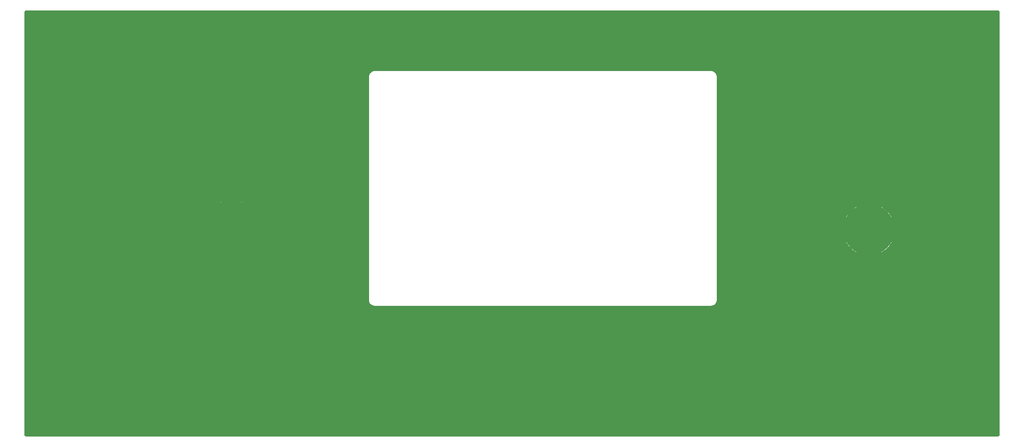
<source format=gbl>
G04 Layer: BottomLayer*
G04 EasyEDA v6.4.17, 2021-03-24T19:41:23+03:00*
G04 2c49bd5f4e4e4d2885fbfcddc53ef99b,9cdda048f1864c1181896bc4b360679f,10*
G04 Gerber Generator version 0.2*
G04 Scale: 100 percent, Rotated: No, Reflected: No *
G04 Dimensions in millimeters *
G04 leading zeros omitted , absolute positions ,4 integer and 5 decimal *
%FSLAX45Y45*%
%MOMM*%

%ADD13C,6.1000*%
%ADD14C,3.1000*%
%ADD15C,10.0000*%
%ADD16C,8.0000*%
%ADD17C,9.0000*%
%ADD18C,5.0000*%
%ADD19C,2.5000*%
%ADD20C,8.5000*%
%ADD21C,7.5000*%
%ADD22C,9.5000*%

%LPD*%
G36*
X5370677Y4923637D02*
G01*
X5362143Y4924247D01*
X5356402Y4925669D01*
X5351018Y4928108D01*
X5346090Y4931410D01*
X5341772Y4935474D01*
X5338267Y4940249D01*
X5335625Y4945583D01*
X5333898Y4951222D01*
X5333187Y4957013D01*
X5333288Y4966004D01*
X5332628Y4971186D01*
X5333644Y13157707D01*
X5334457Y13163804D01*
X5335066Y13172135D01*
X5336489Y13177875D01*
X5338927Y13183311D01*
X5342229Y13188238D01*
X5346344Y13192506D01*
X5351068Y13196062D01*
X5356402Y13198703D01*
X5362041Y13200430D01*
X5367934Y13201142D01*
X5375960Y13200938D01*
X24244808Y13201192D01*
X24253342Y13200583D01*
X24259082Y13199160D01*
X24264518Y13196722D01*
X24269446Y13193420D01*
X24273713Y13189305D01*
X24277269Y13184581D01*
X24279910Y13179247D01*
X24281638Y13173608D01*
X24282349Y13167766D01*
X24282450Y4961432D01*
X24281790Y4952644D01*
X24280266Y4946700D01*
X24277878Y4941316D01*
X24274576Y4936388D01*
X24270462Y4932070D01*
X24265686Y4928565D01*
X24260403Y4925923D01*
X24254714Y4924196D01*
X24250294Y4923637D01*
G37*

%LPC*%
G36*
X9519818Y6617614D02*
G01*
X9630562Y6617614D01*
X9630562Y6728358D01*
X9624060Y6725005D01*
X9604603Y6712610D01*
X9586214Y6698640D01*
X9569043Y6683197D01*
X9553244Y6666382D01*
X9538919Y6648297D01*
X9526117Y6629044D01*
G37*
G36*
X5680811Y5345430D02*
G01*
X5692089Y5351678D01*
X5705856Y5361432D01*
X5718454Y5372709D01*
X5729732Y5385308D01*
X5739485Y5399074D01*
X5745734Y5410352D01*
X5680811Y5410352D01*
G37*
G36*
X23643082Y5345430D02*
G01*
X23643082Y5410352D01*
X23578159Y5410352D01*
X23584408Y5399074D01*
X23594161Y5385308D01*
X23605439Y5372709D01*
X23618037Y5361432D01*
X23631804Y5351678D01*
G37*
G36*
X23780800Y5345430D02*
G01*
X23792078Y5351678D01*
X23805845Y5361432D01*
X23818443Y5372709D01*
X23829721Y5385308D01*
X23839474Y5399074D01*
X23845723Y5410352D01*
X23780800Y5410352D01*
G37*
G36*
X5680811Y5548071D02*
G01*
X5745734Y5548071D01*
X5739485Y5559348D01*
X5729732Y5573115D01*
X5718454Y5585714D01*
X5705856Y5596991D01*
X5692089Y5606745D01*
X5680811Y5612993D01*
G37*
G36*
X5478170Y5548071D02*
G01*
X5543092Y5548071D01*
X5543092Y5612993D01*
X5531815Y5606745D01*
X5518048Y5596991D01*
X5505450Y5585714D01*
X5494172Y5573115D01*
X5484418Y5559348D01*
G37*
G36*
X23780800Y5548071D02*
G01*
X23845723Y5548071D01*
X23839474Y5559348D01*
X23829721Y5573115D01*
X23818443Y5585714D01*
X23805845Y5596991D01*
X23792078Y5606745D01*
X23780800Y5612993D01*
G37*
G36*
X23578159Y5548071D02*
G01*
X23643082Y5548071D01*
X23643082Y5612993D01*
X23631804Y5606745D01*
X23618037Y5596991D01*
X23605439Y5585714D01*
X23594161Y5573115D01*
X23584408Y5559348D01*
G37*
G36*
X21443340Y5644032D02*
G01*
X21459647Y5653481D01*
X21478646Y5666638D01*
X21496426Y5681370D01*
X21512885Y5697524D01*
X21527973Y5715000D01*
X21541536Y5733694D01*
X21553525Y5753404D01*
X21554236Y5754878D01*
X21443340Y5754878D01*
G37*
G36*
X13393318Y5644032D02*
G01*
X13409676Y5653481D01*
X13428624Y5666638D01*
X13446404Y5681370D01*
X13462914Y5697524D01*
X13478001Y5715000D01*
X13491565Y5733694D01*
X13504265Y5754878D01*
X13393318Y5754878D01*
G37*
G36*
X20293330Y5644032D02*
G01*
X20309687Y5653481D01*
X20328636Y5666638D01*
X20346416Y5681370D01*
X20362926Y5697524D01*
X20378013Y5715000D01*
X20391577Y5733694D01*
X20404277Y5754878D01*
X20293330Y5754878D01*
G37*
G36*
X22593350Y5644032D02*
G01*
X22609657Y5653481D01*
X22628656Y5666638D01*
X22646436Y5681370D01*
X22662896Y5697524D01*
X22677983Y5715000D01*
X22691547Y5733694D01*
X22703536Y5753404D01*
X22704247Y5754878D01*
X22593350Y5754878D01*
G37*
G36*
X16843349Y5644032D02*
G01*
X16859656Y5653481D01*
X16878655Y5666638D01*
X16896435Y5681370D01*
X16912894Y5697524D01*
X16927982Y5715000D01*
X16941546Y5733694D01*
X16953534Y5753404D01*
X16954246Y5754878D01*
X16843349Y5754878D01*
G37*
G36*
X17993360Y5644032D02*
G01*
X18009666Y5653481D01*
X18028666Y5666638D01*
X18046446Y5681370D01*
X18062905Y5697524D01*
X18077992Y5715000D01*
X18091556Y5733694D01*
X18103545Y5753404D01*
X18104256Y5754878D01*
X17993360Y5754878D01*
G37*
G36*
X15693339Y5644032D02*
G01*
X15709696Y5653481D01*
X15728645Y5666638D01*
X15746425Y5681370D01*
X15762935Y5697524D01*
X15778022Y5715000D01*
X15791586Y5733694D01*
X15804286Y5754878D01*
X15693339Y5754878D01*
G37*
G36*
X12243358Y5644032D02*
G01*
X12259665Y5653481D01*
X12278664Y5666638D01*
X12296444Y5681370D01*
X12312904Y5697524D01*
X12327991Y5715000D01*
X12341555Y5733694D01*
X12353544Y5753404D01*
X12354255Y5754878D01*
X12243358Y5754878D01*
G37*
G36*
X11093348Y5644032D02*
G01*
X11109655Y5653481D01*
X11128654Y5666638D01*
X11146434Y5681370D01*
X11162893Y5697524D01*
X11177981Y5715000D01*
X11191544Y5733694D01*
X11203533Y5753404D01*
X11204244Y5754878D01*
X11093348Y5754878D01*
G37*
G36*
X11980621Y5644134D02*
G01*
X11980621Y5754878D01*
X11869928Y5754878D01*
X11876227Y5743448D01*
X11888978Y5724194D01*
X11903303Y5706110D01*
X11919153Y5689295D01*
X11936272Y5673852D01*
X11954662Y5659882D01*
X11974169Y5647486D01*
G37*
G36*
X22330613Y5644134D02*
G01*
X22330613Y5754878D01*
X22219920Y5754878D01*
X22226219Y5743448D01*
X22238970Y5724194D01*
X22253295Y5706110D01*
X22269145Y5689295D01*
X22286264Y5673852D01*
X22304654Y5659882D01*
X22324161Y5647486D01*
G37*
G36*
X16580612Y5644134D02*
G01*
X16580612Y5754878D01*
X16469918Y5754878D01*
X16476218Y5743448D01*
X16488968Y5724194D01*
X16503294Y5706110D01*
X16519144Y5689295D01*
X16536263Y5673852D01*
X16554653Y5659882D01*
X16574160Y5647486D01*
G37*
G36*
X13130631Y5644134D02*
G01*
X13130631Y5754878D01*
X13019887Y5754878D01*
X13026186Y5743448D01*
X13038988Y5724194D01*
X13053313Y5706110D01*
X13069112Y5689295D01*
X13086283Y5673852D01*
X13104672Y5659882D01*
X13124129Y5647486D01*
G37*
G36*
X21180602Y5644134D02*
G01*
X21180602Y5754878D01*
X21069909Y5754878D01*
X21076208Y5743448D01*
X21088959Y5724194D01*
X21103285Y5706110D01*
X21119134Y5689295D01*
X21136254Y5673852D01*
X21154644Y5659882D01*
X21174151Y5647486D01*
G37*
G36*
X17730622Y5644134D02*
G01*
X17730622Y5754878D01*
X17619929Y5754878D01*
X17626228Y5743448D01*
X17638979Y5724194D01*
X17653304Y5706110D01*
X17669154Y5689295D01*
X17686274Y5673852D01*
X17704663Y5659882D01*
X17724170Y5647486D01*
G37*
G36*
X15430652Y5644134D02*
G01*
X15430652Y5754878D01*
X15319908Y5754878D01*
X15326207Y5743448D01*
X15339009Y5724194D01*
X15353334Y5706110D01*
X15369133Y5689295D01*
X15386304Y5673852D01*
X15404693Y5659882D01*
X15424150Y5647486D01*
G37*
G36*
X10830610Y5644134D02*
G01*
X10830610Y5754878D01*
X10719917Y5754878D01*
X10726216Y5743448D01*
X10738967Y5724194D01*
X10753293Y5706110D01*
X10769142Y5689295D01*
X10786262Y5673852D01*
X10804652Y5659882D01*
X10824159Y5647486D01*
G37*
G36*
X20030643Y5644134D02*
G01*
X20030643Y5754878D01*
X19919899Y5754878D01*
X19926198Y5743448D01*
X19939000Y5724194D01*
X19953325Y5706110D01*
X19969124Y5689295D01*
X19986294Y5673852D01*
X20004684Y5659882D01*
X20024140Y5647486D01*
G37*
G36*
X14558568Y5650636D02*
G01*
X14574875Y5660085D01*
X14593874Y5673242D01*
X14611654Y5687974D01*
X14628113Y5704128D01*
X14643201Y5721604D01*
X14656765Y5740247D01*
X14669465Y5761431D01*
X14558568Y5761431D01*
G37*
G36*
X19155968Y5650636D02*
G01*
X19172275Y5660085D01*
X19191274Y5673242D01*
X19209054Y5687974D01*
X19225514Y5704128D01*
X19240601Y5721604D01*
X19254165Y5740247D01*
X19266865Y5761431D01*
X19155968Y5761431D01*
G37*
G36*
X18893231Y5650738D02*
G01*
X18893231Y5761431D01*
X18782538Y5761431D01*
X18788837Y5750001D01*
X18801588Y5730798D01*
X18815913Y5712663D01*
X18831763Y5695848D01*
X18848882Y5680405D01*
X18867272Y5666435D01*
X18886779Y5654090D01*
G37*
G36*
X14295831Y5650738D02*
G01*
X14295831Y5761431D01*
X14185138Y5761431D01*
X14191437Y5750001D01*
X14204188Y5730798D01*
X14218513Y5712663D01*
X14234363Y5695848D01*
X14251482Y5680405D01*
X14269872Y5666435D01*
X14289379Y5654090D01*
G37*
G36*
X13019887Y6017564D02*
G01*
X13130631Y6017564D01*
X13130631Y6128308D01*
X13124129Y6124956D01*
X13104672Y6112560D01*
X13086283Y6098590D01*
X13069112Y6083147D01*
X13053313Y6066332D01*
X13038988Y6048248D01*
X13026186Y6028994D01*
G37*
G36*
X11869928Y6017564D02*
G01*
X11980621Y6017564D01*
X11980621Y6128308D01*
X11974169Y6124956D01*
X11954662Y6112560D01*
X11936272Y6098590D01*
X11919153Y6083147D01*
X11903303Y6066332D01*
X11888978Y6048248D01*
X11876227Y6028994D01*
G37*
G36*
X10719917Y6017564D02*
G01*
X10830610Y6017564D01*
X10830610Y6128308D01*
X10824159Y6124956D01*
X10804652Y6112560D01*
X10786262Y6098590D01*
X10769142Y6083147D01*
X10753293Y6066332D01*
X10738967Y6048248D01*
X10726216Y6028994D01*
G37*
G36*
X21069909Y6017564D02*
G01*
X21180602Y6017564D01*
X21180602Y6128308D01*
X21174151Y6124956D01*
X21154644Y6112560D01*
X21136254Y6098590D01*
X21119134Y6083147D01*
X21103285Y6066332D01*
X21088959Y6048248D01*
X21076208Y6028994D01*
G37*
G36*
X15319908Y6017564D02*
G01*
X15430652Y6017564D01*
X15430652Y6128308D01*
X15424150Y6124956D01*
X15404693Y6112560D01*
X15386304Y6098590D01*
X15369133Y6083147D01*
X15353334Y6066332D01*
X15339009Y6048248D01*
X15326207Y6028994D01*
G37*
G36*
X19919899Y6017564D02*
G01*
X20030643Y6017564D01*
X20030643Y6128308D01*
X20024140Y6124956D01*
X20004684Y6112560D01*
X19986294Y6098590D01*
X19969124Y6083147D01*
X19953325Y6066332D01*
X19939000Y6048248D01*
X19926198Y6028994D01*
G37*
G36*
X17619929Y6017564D02*
G01*
X17730622Y6017564D01*
X17730622Y6128308D01*
X17724170Y6124956D01*
X17704663Y6112560D01*
X17686274Y6098590D01*
X17669154Y6083147D01*
X17653304Y6066332D01*
X17638979Y6048248D01*
X17626228Y6028994D01*
G37*
G36*
X16469918Y6017564D02*
G01*
X16580612Y6017564D01*
X16580612Y6128308D01*
X16574160Y6124956D01*
X16554653Y6112560D01*
X16536263Y6098590D01*
X16519144Y6083147D01*
X16503294Y6066332D01*
X16488968Y6048248D01*
X16476218Y6028994D01*
G37*
G36*
X22219920Y6017564D02*
G01*
X22330613Y6017564D01*
X22330613Y6128308D01*
X22324161Y6124956D01*
X22304654Y6112560D01*
X22286264Y6098590D01*
X22269145Y6083147D01*
X22253295Y6066332D01*
X22238970Y6048248D01*
X22226219Y6028994D01*
G37*
G36*
X21443340Y6017564D02*
G01*
X21554236Y6017564D01*
X21553525Y6019038D01*
X21541536Y6038748D01*
X21527973Y6057442D01*
X21512885Y6074918D01*
X21496426Y6091072D01*
X21478646Y6105804D01*
X21459647Y6118961D01*
X21443340Y6128410D01*
G37*
G36*
X17993360Y6017564D02*
G01*
X18104256Y6017564D01*
X18103545Y6019038D01*
X18091556Y6038748D01*
X18077992Y6057442D01*
X18062905Y6074918D01*
X18046446Y6091072D01*
X18028666Y6105804D01*
X18009666Y6118961D01*
X17993360Y6128410D01*
G37*
G36*
X13393318Y6017564D02*
G01*
X13504265Y6017564D01*
X13491565Y6038748D01*
X13478001Y6057442D01*
X13462914Y6074918D01*
X13446404Y6091072D01*
X13428624Y6105804D01*
X13409676Y6118961D01*
X13393318Y6128410D01*
G37*
G36*
X15693339Y6017564D02*
G01*
X15804286Y6017564D01*
X15791586Y6038748D01*
X15778022Y6057442D01*
X15762935Y6074918D01*
X15746425Y6091072D01*
X15728645Y6105804D01*
X15709696Y6118961D01*
X15693339Y6128410D01*
G37*
G36*
X22593350Y6017564D02*
G01*
X22704247Y6017564D01*
X22703536Y6019038D01*
X22691547Y6038748D01*
X22677983Y6057442D01*
X22662896Y6074918D01*
X22646436Y6091072D01*
X22628656Y6105804D01*
X22609657Y6118961D01*
X22593350Y6128410D01*
G37*
G36*
X16843349Y6017564D02*
G01*
X16954246Y6017564D01*
X16953534Y6019038D01*
X16941546Y6038748D01*
X16927982Y6057442D01*
X16912894Y6074918D01*
X16896435Y6091072D01*
X16878655Y6105804D01*
X16859656Y6118961D01*
X16843349Y6128410D01*
G37*
G36*
X20293330Y6017564D02*
G01*
X20404277Y6017564D01*
X20391577Y6038748D01*
X20378013Y6057442D01*
X20362926Y6074918D01*
X20346416Y6091072D01*
X20328636Y6105804D01*
X20309687Y6118961D01*
X20293330Y6128410D01*
G37*
G36*
X12243358Y6017564D02*
G01*
X12354255Y6017564D01*
X12353544Y6019038D01*
X12341555Y6038748D01*
X12327991Y6057442D01*
X12312904Y6074918D01*
X12296444Y6091072D01*
X12278664Y6105804D01*
X12259665Y6118961D01*
X12243358Y6128410D01*
G37*
G36*
X11093348Y6017564D02*
G01*
X11204244Y6017564D01*
X11203533Y6019038D01*
X11191544Y6038748D01*
X11177981Y6057442D01*
X11162893Y6074918D01*
X11146434Y6091072D01*
X11128654Y6105804D01*
X11109655Y6118961D01*
X11093348Y6128410D01*
G37*
G36*
X18782538Y6024168D02*
G01*
X18893231Y6024168D01*
X18893231Y6134862D01*
X18886779Y6131509D01*
X18867272Y6119164D01*
X18848882Y6105194D01*
X18831763Y6089751D01*
X18815913Y6072936D01*
X18801588Y6054801D01*
X18788837Y6035598D01*
G37*
G36*
X14185138Y6024168D02*
G01*
X14295831Y6024168D01*
X14295831Y6134862D01*
X14289379Y6131509D01*
X14269872Y6119164D01*
X14251482Y6105194D01*
X14234363Y6089751D01*
X14218513Y6072936D01*
X14204188Y6054801D01*
X14191437Y6035598D01*
G37*
G36*
X14558568Y6024168D02*
G01*
X14669465Y6024168D01*
X14656765Y6045352D01*
X14643201Y6063996D01*
X14628113Y6081471D01*
X14611654Y6097625D01*
X14593874Y6112357D01*
X14574875Y6125514D01*
X14558568Y6134963D01*
G37*
G36*
X19155968Y6024168D02*
G01*
X19266865Y6024168D01*
X19254165Y6045352D01*
X19240601Y6063996D01*
X19225514Y6081471D01*
X19209054Y6097625D01*
X19191274Y6112357D01*
X19172275Y6125514D01*
X19155968Y6134963D01*
G37*
G36*
X9893249Y6244082D02*
G01*
X9909606Y6253530D01*
X9928555Y6266688D01*
X9946335Y6281420D01*
X9962845Y6297574D01*
X9977932Y6315049D01*
X9991496Y6333744D01*
X10004196Y6354927D01*
X9893249Y6354927D01*
G37*
G36*
X9630562Y6244183D02*
G01*
X9630562Y6354927D01*
X9519818Y6354927D01*
X9526117Y6343497D01*
X9538919Y6324244D01*
X9553244Y6306159D01*
X9569043Y6289344D01*
X9586214Y6273901D01*
X9604603Y6259931D01*
X9624060Y6247536D01*
G37*
G36*
X6303568Y6260236D02*
G01*
X6319875Y6269685D01*
X6338874Y6282842D01*
X6356654Y6297574D01*
X6373114Y6313728D01*
X6388201Y6331204D01*
X6401765Y6349847D01*
X6414465Y6371031D01*
X6303568Y6371031D01*
G37*
G36*
X8691168Y6260236D02*
G01*
X8707475Y6269685D01*
X8726474Y6282842D01*
X8744254Y6297574D01*
X8760714Y6313728D01*
X8775801Y6331204D01*
X8789365Y6349847D01*
X8802065Y6371031D01*
X8691168Y6371031D01*
G37*
G36*
X7497368Y6260236D02*
G01*
X7513675Y6269685D01*
X7532674Y6282842D01*
X7550454Y6297574D01*
X7566914Y6313728D01*
X7582001Y6331204D01*
X7595565Y6349847D01*
X7608265Y6371031D01*
X7497368Y6371031D01*
G37*
G36*
X7234631Y6260287D02*
G01*
X7234631Y6371031D01*
X7123938Y6371031D01*
X7130237Y6359601D01*
X7142988Y6340398D01*
X7157313Y6322263D01*
X7173163Y6305448D01*
X7190282Y6290005D01*
X7208672Y6276035D01*
X7228179Y6263690D01*
G37*
G36*
X8428431Y6260287D02*
G01*
X8428431Y6371031D01*
X8317738Y6371031D01*
X8324037Y6359601D01*
X8336788Y6340398D01*
X8351113Y6322263D01*
X8366963Y6305448D01*
X8384082Y6290005D01*
X8402472Y6276035D01*
X8421979Y6263690D01*
G37*
G36*
X6040831Y6260338D02*
G01*
X6040831Y6371031D01*
X5930138Y6371031D01*
X5936437Y6359601D01*
X5949188Y6340398D01*
X5963513Y6322263D01*
X5979363Y6305448D01*
X5996482Y6290005D01*
X6014872Y6276035D01*
X6034379Y6263690D01*
G37*
G36*
X5543092Y5345430D02*
G01*
X5543092Y5410352D01*
X5478170Y5410352D01*
X5484418Y5399074D01*
X5494172Y5385308D01*
X5505450Y5372709D01*
X5518048Y5361432D01*
X5531815Y5351678D01*
G37*
G36*
X9893249Y6617614D02*
G01*
X10004196Y6617614D01*
X9991496Y6638798D01*
X9977932Y6657492D01*
X9962845Y6674967D01*
X9946335Y6691122D01*
X9928555Y6705853D01*
X9909606Y6719011D01*
X9893249Y6728459D01*
G37*
G36*
X7123938Y6633768D02*
G01*
X7234631Y6633768D01*
X7234631Y6744462D01*
X7228179Y6741109D01*
X7208672Y6728764D01*
X7190282Y6714794D01*
X7173163Y6699351D01*
X7157313Y6682536D01*
X7142988Y6664401D01*
X7130237Y6645198D01*
G37*
G36*
X8317738Y6633768D02*
G01*
X8428431Y6633768D01*
X8428431Y6744462D01*
X8421979Y6741109D01*
X8402472Y6728764D01*
X8384082Y6714794D01*
X8366963Y6699351D01*
X8351113Y6682536D01*
X8336788Y6664401D01*
X8324037Y6645198D01*
G37*
G36*
X5930138Y6633768D02*
G01*
X6040831Y6633768D01*
X6040831Y6744462D01*
X6034379Y6741109D01*
X6014872Y6728764D01*
X5996482Y6714794D01*
X5979363Y6699351D01*
X5963513Y6682536D01*
X5949188Y6664401D01*
X5936437Y6645198D01*
G37*
G36*
X7497368Y6633768D02*
G01*
X7608265Y6633768D01*
X7595565Y6654952D01*
X7582001Y6673596D01*
X7566914Y6691071D01*
X7550454Y6707225D01*
X7532674Y6721957D01*
X7513675Y6735114D01*
X7497368Y6744563D01*
G37*
G36*
X6303568Y6633768D02*
G01*
X6414465Y6633768D01*
X6401765Y6654952D01*
X6388201Y6673596D01*
X6373114Y6691071D01*
X6356654Y6707225D01*
X6338874Y6721957D01*
X6319875Y6735114D01*
X6303568Y6744563D01*
G37*
G36*
X8691168Y6633768D02*
G01*
X8802065Y6633768D01*
X8789365Y6654952D01*
X8775801Y6673596D01*
X8760714Y6691071D01*
X8744254Y6707225D01*
X8726474Y6721957D01*
X8707475Y6735114D01*
X8691168Y6744563D01*
G37*
G36*
X12137898Y7462926D02*
G01*
X12146432Y7463332D01*
X18669711Y7463332D01*
X18680379Y7463840D01*
X18683986Y7464247D01*
X18695619Y7466330D01*
X18699581Y7467295D01*
X18710757Y7470952D01*
X18714516Y7472425D01*
X18725134Y7477556D01*
X18728639Y7479588D01*
X18738494Y7486142D01*
X18741694Y7488580D01*
X18750534Y7496403D01*
X18753328Y7499299D01*
X18760998Y7508240D01*
X18763437Y7511491D01*
X18769787Y7521448D01*
X18771768Y7524953D01*
X18776696Y7535672D01*
X18778169Y7539431D01*
X18781572Y7550708D01*
X18782487Y7554671D01*
X18784366Y7566304D01*
X18784722Y7570317D01*
X18784976Y7583271D01*
X18784620Y7586522D01*
X18784620Y11912549D01*
X18783350Y11925249D01*
X18780912Y11937441D01*
X18779744Y11941556D01*
X18775578Y11953290D01*
X18773851Y11957151D01*
X18768060Y11968124D01*
X18765774Y11971731D01*
X18758408Y11981789D01*
X18755664Y11985040D01*
X18746927Y11993880D01*
X18743726Y11996674D01*
X18733820Y12004192D01*
X18730264Y12006529D01*
X18719393Y12012523D01*
X18715532Y12014301D01*
X18703899Y12018670D01*
X18699784Y12019889D01*
X18687643Y12022531D01*
X18683427Y12023140D01*
X18670930Y12024004D01*
X18663920Y12023648D01*
X12138304Y12023648D01*
X12134748Y12023394D01*
X12122556Y12021921D01*
X12118441Y12021159D01*
X12106706Y12018010D01*
X12102744Y12016638D01*
X12091568Y12011863D01*
X12087860Y12009932D01*
X12077446Y12003633D01*
X12074042Y12001195D01*
X12064644Y11993473D01*
X12061647Y11990628D01*
X12053417Y11981637D01*
X12050826Y11978386D01*
X12043968Y11968327D01*
X12041835Y11964771D01*
X12036450Y11953849D01*
X12034875Y11949988D01*
X12031116Y11938406D01*
X12030100Y11934393D01*
X12027966Y11922404D01*
X12027509Y11918238D01*
X12027103Y11906148D01*
X12027306Y11901576D01*
X12026290Y7571943D01*
X12026646Y7567574D01*
X12028525Y7554925D01*
X12029490Y7550658D01*
X12033199Y7538466D01*
X12034824Y7534351D01*
X12040311Y7522870D01*
X12042495Y7519060D01*
X12049607Y7508443D01*
X12052350Y7505039D01*
X12060986Y7495590D01*
X12064187Y7492593D01*
X12074093Y7484567D01*
X12077700Y7482078D01*
X12088723Y7475626D01*
X12092686Y7473696D01*
X12104522Y7468920D01*
X12108688Y7467600D01*
X12121134Y7464653D01*
X12125452Y7463993D01*
G37*
G36*
X6293358Y7544053D02*
G01*
X6309664Y7553502D01*
X6328664Y7566659D01*
X6346444Y7581392D01*
X6362903Y7597546D01*
X6377990Y7615021D01*
X6391554Y7633665D01*
X6404254Y7654848D01*
X6293358Y7654848D01*
G37*
G36*
X7493355Y7544053D02*
G01*
X7509662Y7553502D01*
X7528661Y7566659D01*
X7546441Y7581392D01*
X7562900Y7597546D01*
X7577988Y7615021D01*
X7591552Y7633665D01*
X7604252Y7654848D01*
X7493355Y7654848D01*
G37*
G36*
X8693353Y7544053D02*
G01*
X8709660Y7553502D01*
X8728659Y7566659D01*
X8746439Y7581392D01*
X8762898Y7597546D01*
X8777986Y7615021D01*
X8791549Y7633665D01*
X8804249Y7654848D01*
X8693353Y7654848D01*
G37*
G36*
X8430615Y7544104D02*
G01*
X8430615Y7654848D01*
X8319922Y7654848D01*
X8326221Y7643418D01*
X8338972Y7624216D01*
X8353298Y7606080D01*
X8369147Y7589266D01*
X8386267Y7573822D01*
X8404656Y7559852D01*
X8424164Y7547508D01*
G37*
G36*
X7230618Y7544104D02*
G01*
X7230618Y7654848D01*
X7119924Y7654848D01*
X7126224Y7643418D01*
X7138974Y7624216D01*
X7153300Y7606080D01*
X7169150Y7589266D01*
X7186269Y7573822D01*
X7204659Y7559852D01*
X7224166Y7547508D01*
G37*
G36*
X6030620Y7544155D02*
G01*
X6030620Y7654848D01*
X5919927Y7654848D01*
X5926226Y7643418D01*
X5938977Y7624216D01*
X5953302Y7606080D01*
X5969152Y7589266D01*
X5986272Y7573822D01*
X6004661Y7559852D01*
X6024168Y7547508D01*
G37*
G36*
X7119924Y7917586D02*
G01*
X7230618Y7917586D01*
X7230618Y8028279D01*
X7224166Y8024926D01*
X7204659Y8012582D01*
X7186269Y7998612D01*
X7169150Y7983169D01*
X7153300Y7966354D01*
X7138974Y7948218D01*
X7126224Y7929016D01*
G37*
G36*
X8319922Y7917586D02*
G01*
X8430615Y7917586D01*
X8430615Y8028279D01*
X8424164Y8024926D01*
X8404656Y8012582D01*
X8386267Y7998612D01*
X8369147Y7983169D01*
X8353298Y7966354D01*
X8338972Y7948218D01*
X8326221Y7929016D01*
G37*
G36*
X5919927Y7917586D02*
G01*
X6030620Y7917586D01*
X6030620Y8028279D01*
X6024168Y8024926D01*
X6004661Y8012582D01*
X5986272Y7998612D01*
X5969152Y7983169D01*
X5953302Y7966354D01*
X5938977Y7948218D01*
X5926226Y7929016D01*
G37*
G36*
X8693353Y7917586D02*
G01*
X8804249Y7917586D01*
X8791549Y7938770D01*
X8777986Y7957413D01*
X8762898Y7974888D01*
X8746439Y7991043D01*
X8728659Y8005775D01*
X8709660Y8018932D01*
X8693353Y8028381D01*
G37*
G36*
X7493355Y7917586D02*
G01*
X7604252Y7917586D01*
X7591552Y7938770D01*
X7577988Y7957413D01*
X7562900Y7974888D01*
X7546441Y7991043D01*
X7528661Y8005775D01*
X7509662Y8018932D01*
X7493355Y8028381D01*
G37*
G36*
X6293358Y7917586D02*
G01*
X6404254Y7917586D01*
X6391554Y7938770D01*
X6377990Y7957413D01*
X6362903Y7974888D01*
X6346444Y7991043D01*
X6328664Y8005775D01*
X6309664Y8018932D01*
X6293358Y8028381D01*
G37*
G36*
X21498560Y8503666D02*
G01*
X21498560Y8696960D01*
X21305266Y8696960D01*
X21319693Y8672525D01*
X21337371Y8646515D01*
X21356624Y8621674D01*
X21377452Y8598103D01*
X21399703Y8575852D01*
X21423274Y8555024D01*
X21448115Y8535771D01*
X21474125Y8518093D01*
G37*
G36*
X21986240Y8503666D02*
G01*
X22010674Y8518093D01*
X22036684Y8535771D01*
X22061525Y8555024D01*
X22085096Y8575852D01*
X22107347Y8598103D01*
X22128175Y8621674D01*
X22147428Y8646515D01*
X22165106Y8672525D01*
X22179534Y8696960D01*
X21986240Y8696960D01*
G37*
G36*
X21986240Y9184640D02*
G01*
X22179534Y9184640D01*
X22165106Y9209074D01*
X22147428Y9235084D01*
X22128175Y9259925D01*
X22107347Y9283496D01*
X22085096Y9305747D01*
X22061525Y9326575D01*
X22036684Y9345828D01*
X22010674Y9363506D01*
X21986240Y9377934D01*
G37*
G36*
X21305266Y9184640D02*
G01*
X21498560Y9184640D01*
X21498560Y9377934D01*
X21474125Y9363506D01*
X21448115Y9345828D01*
X21423274Y9326575D01*
X21399703Y9305747D01*
X21377452Y9283496D01*
X21356624Y9259925D01*
X21337371Y9235084D01*
X21319693Y9209074D01*
G37*
G36*
X6518046Y9385147D02*
G01*
X6520230Y9386265D01*
X6545681Y9401708D01*
X6570065Y9418828D01*
X6593281Y9437522D01*
X6615226Y9457740D01*
X6635750Y9479330D01*
X6654800Y9502190D01*
X6672325Y9526320D01*
X6688226Y9551517D01*
X6692900Y9560153D01*
X6518046Y9560153D01*
G37*
G36*
X8042046Y9385147D02*
G01*
X8044230Y9386265D01*
X8069681Y9401708D01*
X8094065Y9418828D01*
X8117281Y9437522D01*
X8139226Y9457740D01*
X8159750Y9479330D01*
X8178800Y9502190D01*
X8196325Y9526320D01*
X8212226Y9551517D01*
X8216900Y9560153D01*
X8042046Y9560153D01*
G37*
G36*
X6080353Y9385350D02*
G01*
X6080353Y9560153D01*
X5905398Y9560153D01*
X5917895Y9538766D01*
X5934608Y9514128D01*
X5952896Y9490608D01*
X5972759Y9468358D01*
X5993993Y9447428D01*
X6016548Y9428022D01*
X6040374Y9410090D01*
X6065316Y9393783D01*
G37*
G36*
X7604353Y9385350D02*
G01*
X7604353Y9560153D01*
X7429398Y9560153D01*
X7441895Y9538766D01*
X7458608Y9514128D01*
X7476896Y9490608D01*
X7496759Y9468358D01*
X7517993Y9447428D01*
X7540548Y9428022D01*
X7564374Y9410090D01*
X7589316Y9393783D01*
G37*
G36*
X9161983Y9469577D02*
G01*
X9161983Y9626142D01*
X9005417Y9626142D01*
X9016085Y9607702D01*
X9031681Y9584486D01*
X9048902Y9562439D01*
X9067647Y9541662D01*
X9087764Y9522256D01*
X9109151Y9504273D01*
X9131808Y9487865D01*
X9155531Y9473031D01*
G37*
G36*
X9549688Y9469577D02*
G01*
X9556140Y9473031D01*
X9579864Y9487865D01*
X9602520Y9504273D01*
X9623907Y9522256D01*
X9644024Y9541662D01*
X9662769Y9562439D01*
X9679990Y9584486D01*
X9695586Y9607702D01*
X9706254Y9626142D01*
X9549688Y9626142D01*
G37*
G36*
X5905398Y9997846D02*
G01*
X6080353Y9997846D01*
X6080353Y10172649D01*
X6065316Y10164216D01*
X6040374Y10147909D01*
X6016548Y10129977D01*
X5993993Y10110571D01*
X5972759Y10089642D01*
X5952896Y10067391D01*
X5934608Y10043871D01*
X5917895Y10019233D01*
G37*
G36*
X7429398Y9997846D02*
G01*
X7604353Y9997846D01*
X7604353Y10172649D01*
X7589316Y10164216D01*
X7564374Y10147909D01*
X7540548Y10129977D01*
X7517993Y10110571D01*
X7496759Y10089642D01*
X7476896Y10067391D01*
X7458608Y10043871D01*
X7441895Y10019233D01*
G37*
G36*
X8042046Y9997846D02*
G01*
X8216900Y9997846D01*
X8212226Y10006482D01*
X8196325Y10031679D01*
X8178800Y10055809D01*
X8159750Y10078669D01*
X8139226Y10100259D01*
X8117281Y10120477D01*
X8094065Y10139172D01*
X8069681Y10156291D01*
X8044230Y10171734D01*
X8042046Y10172852D01*
G37*
G36*
X6518046Y9997846D02*
G01*
X6692900Y9997846D01*
X6688226Y10006482D01*
X6672325Y10031679D01*
X6654800Y10055809D01*
X6635750Y10078669D01*
X6615226Y10100259D01*
X6593281Y10120477D01*
X6570065Y10139172D01*
X6545681Y10156291D01*
X6520230Y10171734D01*
X6518046Y10172852D01*
G37*
G36*
X9549688Y10013848D02*
G01*
X9706254Y10013848D01*
X9695586Y10032288D01*
X9679990Y10055504D01*
X9662769Y10077551D01*
X9644024Y10098328D01*
X9623907Y10117734D01*
X9602520Y10135717D01*
X9579864Y10152126D01*
X9556140Y10166959D01*
X9549688Y10170414D01*
G37*
G36*
X9005417Y10013848D02*
G01*
X9161983Y10013848D01*
X9161983Y10170414D01*
X9155531Y10166959D01*
X9131808Y10152126D01*
X9109151Y10135717D01*
X9087764Y10117734D01*
X9067647Y10098328D01*
X9048902Y10077551D01*
X9031681Y10055504D01*
X9016085Y10032288D01*
G37*
G36*
X20643342Y11894058D02*
G01*
X20659648Y11903506D01*
X20678648Y11916664D01*
X20696428Y11931396D01*
X20712887Y11947550D01*
X20727974Y11965025D01*
X20741538Y11983669D01*
X20754238Y12004852D01*
X20643342Y12004852D01*
G37*
G36*
X22943362Y11894058D02*
G01*
X22959669Y11903506D01*
X22978668Y11916664D01*
X22996448Y11931396D01*
X23012908Y11947550D01*
X23027995Y11965025D01*
X23041559Y11983669D01*
X23054259Y12004852D01*
X22943362Y12004852D01*
G37*
G36*
X6643319Y11894058D02*
G01*
X6659676Y11903506D01*
X6678625Y11916664D01*
X6696405Y11931396D01*
X6712915Y11947550D01*
X6728002Y11965025D01*
X6741566Y11983669D01*
X6754266Y12004852D01*
X6643319Y12004852D01*
G37*
G36*
X6380632Y11894159D02*
G01*
X6380632Y12004852D01*
X6269888Y12004852D01*
X6276187Y11993422D01*
X6288989Y11974220D01*
X6303314Y11956084D01*
X6319113Y11939270D01*
X6336284Y11923826D01*
X6354673Y11909856D01*
X6374130Y11897512D01*
G37*
G36*
X22680625Y11894159D02*
G01*
X22680625Y12004852D01*
X22569932Y12004852D01*
X22576231Y11993422D01*
X22588982Y11974220D01*
X22603307Y11956084D01*
X22619157Y11939270D01*
X22636276Y11923826D01*
X22654666Y11909856D01*
X22674173Y11897512D01*
G37*
G36*
X20380604Y11894159D02*
G01*
X20380604Y12004852D01*
X20269911Y12004852D01*
X20276210Y11993422D01*
X20288961Y11974220D01*
X20303286Y11956084D01*
X20319136Y11939270D01*
X20336256Y11923826D01*
X20354645Y11909856D01*
X20374152Y11897512D01*
G37*
G36*
X21797568Y11899036D02*
G01*
X21813875Y11908485D01*
X21832874Y11921642D01*
X21850654Y11936374D01*
X21867114Y11952528D01*
X21882201Y11970004D01*
X21895765Y11988647D01*
X21908465Y12009831D01*
X21797568Y12009831D01*
G37*
G36*
X21534831Y11899138D02*
G01*
X21534831Y12009831D01*
X21424138Y12009831D01*
X21430437Y11998401D01*
X21443188Y11979198D01*
X21457513Y11961063D01*
X21473363Y11944248D01*
X21490482Y11928805D01*
X21508872Y11914835D01*
X21528379Y11902490D01*
G37*
G36*
X5543092Y12245390D02*
G01*
X5543092Y12310364D01*
X5478170Y12310364D01*
X5484418Y12299035D01*
X5494172Y12285268D01*
X5505450Y12272670D01*
X5518048Y12261443D01*
X5531815Y12251639D01*
G37*
G36*
X5680811Y12245390D02*
G01*
X5692089Y12251639D01*
X5705856Y12261443D01*
X5718454Y12272670D01*
X5729732Y12285268D01*
X5739485Y12299035D01*
X5745734Y12310364D01*
X5680811Y12310364D01*
G37*
G36*
X23780800Y12245390D02*
G01*
X23792078Y12251639D01*
X23805845Y12261443D01*
X23818443Y12272670D01*
X23829721Y12285268D01*
X23839474Y12299035D01*
X23845723Y12310364D01*
X23780800Y12310364D01*
G37*
G36*
X23643082Y12245390D02*
G01*
X23643082Y12310364D01*
X23578159Y12310364D01*
X23584408Y12299035D01*
X23594161Y12285268D01*
X23605439Y12272670D01*
X23618037Y12261443D01*
X23631804Y12251639D01*
G37*
G36*
X20269911Y12267590D02*
G01*
X20380604Y12267590D01*
X20380604Y12378283D01*
X20374152Y12374930D01*
X20354645Y12362586D01*
X20336256Y12348616D01*
X20319136Y12333173D01*
X20303286Y12316358D01*
X20288961Y12298222D01*
X20276210Y12279020D01*
G37*
G36*
X22569932Y12267590D02*
G01*
X22680625Y12267590D01*
X22680625Y12378283D01*
X22674173Y12374930D01*
X22654666Y12362586D01*
X22636276Y12348616D01*
X22619157Y12333173D01*
X22603307Y12316358D01*
X22588982Y12298222D01*
X22576231Y12279020D01*
G37*
G36*
X6269888Y12267590D02*
G01*
X6380632Y12267590D01*
X6380632Y12378283D01*
X6374130Y12374930D01*
X6354673Y12362586D01*
X6336284Y12348616D01*
X6319113Y12333173D01*
X6303314Y12316358D01*
X6288989Y12298222D01*
X6276187Y12279020D01*
G37*
G36*
X22943362Y12267590D02*
G01*
X23054259Y12267590D01*
X23041559Y12288774D01*
X23027995Y12307417D01*
X23012908Y12324892D01*
X22996448Y12341047D01*
X22978668Y12355779D01*
X22959669Y12368936D01*
X22943362Y12378385D01*
G37*
G36*
X20643342Y12267590D02*
G01*
X20754238Y12267590D01*
X20741538Y12288774D01*
X20727974Y12307417D01*
X20712887Y12324892D01*
X20696428Y12341047D01*
X20678648Y12355779D01*
X20659648Y12368936D01*
X20643342Y12378385D01*
G37*
G36*
X6643319Y12267590D02*
G01*
X6754266Y12267590D01*
X6741566Y12288774D01*
X6728002Y12307417D01*
X6712915Y12324892D01*
X6696405Y12341047D01*
X6678625Y12355779D01*
X6659676Y12368936D01*
X6643319Y12378385D01*
G37*
G36*
X21424138Y12272568D02*
G01*
X21534831Y12272568D01*
X21534831Y12383262D01*
X21528379Y12379909D01*
X21508872Y12367564D01*
X21490482Y12353594D01*
X21473363Y12338151D01*
X21457513Y12321336D01*
X21443188Y12303201D01*
X21430437Y12283998D01*
G37*
G36*
X21797568Y12272568D02*
G01*
X21908465Y12272568D01*
X21895765Y12293752D01*
X21882201Y12312396D01*
X21867114Y12329871D01*
X21850654Y12346025D01*
X21832874Y12360757D01*
X21813875Y12373914D01*
X21797568Y12383363D01*
G37*
G36*
X23578159Y12448032D02*
G01*
X23643082Y12448032D01*
X23643082Y12513005D01*
X23631804Y12506756D01*
X23618037Y12496952D01*
X23605439Y12485725D01*
X23594161Y12473127D01*
X23584408Y12459360D01*
G37*
G36*
X5680811Y12448032D02*
G01*
X5745734Y12448032D01*
X5739485Y12459360D01*
X5729732Y12473127D01*
X5718454Y12485725D01*
X5705856Y12496952D01*
X5692089Y12506756D01*
X5680811Y12513005D01*
G37*
G36*
X5478170Y12448032D02*
G01*
X5543092Y12448032D01*
X5543092Y12513005D01*
X5531815Y12506756D01*
X5518048Y12496952D01*
X5505450Y12485725D01*
X5494172Y12473127D01*
X5484418Y12459360D01*
G37*
G36*
X23780800Y12448032D02*
G01*
X23845723Y12448032D01*
X23839474Y12459360D01*
X23829721Y12473127D01*
X23818443Y12485725D01*
X23805845Y12496952D01*
X23792078Y12506756D01*
X23780800Y12513005D01*
G37*

%LPD*%
D18*
G01*
X6161989Y7786217D03*
G01*
X7361986Y7786217D03*
G01*
X8561984Y7786217D03*
G01*
X6172200Y6502400D03*
G01*
X7366000Y6502400D03*
G01*
X8559800Y6502400D03*
G01*
X9761905Y6486271D03*
G01*
X10961979Y5886221D03*
G01*
X13261975Y5886221D03*
G01*
X14427200Y5892800D03*
G01*
X15561995Y5886221D03*
G01*
X16711980Y5886221D03*
G01*
X17861991Y5886221D03*
G01*
X19024600Y5892800D03*
G01*
X20161986Y5886221D03*
G01*
X21311971Y5886221D03*
G01*
X22811994Y12136221D03*
G01*
X21666200Y12141200D03*
G01*
X20511973Y12136221D03*
G01*
X22461982Y5886221D03*
G01*
X12111990Y5886221D03*
G01*
X6511975Y12136221D03*
D19*
G01*
X5611952Y12379198D03*
G01*
X5611952Y5479211D03*
G01*
X23711941Y5479211D03*
G01*
X23711941Y12379198D03*
D20*
G01*
X6299200Y9779000D03*
G01*
X7823200Y9779000D03*
D21*
G01*
X9355836Y9819995D03*
D22*
G01*
X21742400Y8940800D03*
D13*
G01*
X9762972Y7785989D03*
G01*
X7361986Y7786217D03*
G01*
X6161989Y7786217D03*
G01*
X6172200Y6502400D03*
G01*
X7366000Y6502400D03*
G01*
X8559800Y6502400D03*
G01*
X9761905Y6486271D03*
G01*
X10961979Y5886221D03*
G01*
X12111990Y5886221D03*
G01*
X13261975Y5886221D03*
G01*
X15561995Y5886221D03*
G01*
X14427200Y5892800D03*
G01*
X16711980Y5886221D03*
G01*
X17861991Y5886221D03*
G01*
X19024600Y5892800D03*
G01*
X20161986Y5886221D03*
G01*
X21311971Y5886221D03*
G01*
X22461982Y5886221D03*
G01*
X20511973Y12136221D03*
G01*
X21666200Y12141200D03*
G01*
X22811994Y12136221D03*
G01*
X6511975Y12136221D03*
D14*
G01*
X5611952Y12379198D03*
G01*
X5611952Y5479211D03*
G01*
X23711941Y12379198D03*
G01*
X23711941Y5479211D03*
D15*
G01*
X21742400Y8940800D03*
D16*
G01*
X9355836Y9819995D03*
D17*
G01*
X7823200Y9779000D03*
G01*
X6299200Y9779000D03*
D13*
G01*
X8561984Y7786217D03*
M02*

</source>
